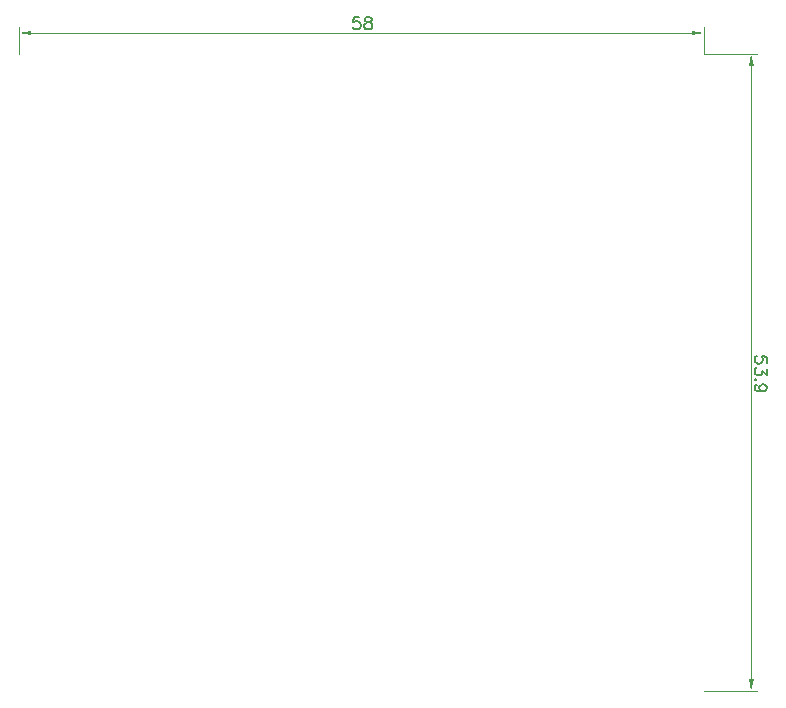
<source format=gbr>
G04 DipTrace 3.2.0.1*
G04 TopDimension.gbr*
%MOIN*%
G04 #@! TF.FileFunction,Drawing,Top*
G04 #@! TF.Part,Single*
%ADD13C,0.001378*%
%ADD105C,0.006176*%
%FSLAX26Y26*%
G04*
G70*
G90*
G75*
G01*
G04 TopDimension*
%LPD*%
X393701Y2515748D2*
D13*
Y2606299D1*
X2677165Y2515748D2*
Y2606299D1*
X1535433Y2586614D2*
X433071D1*
G36*
X393701D2*
X433071Y2594488D1*
Y2578740D1*
X393701Y2586614D1*
G37*
X1535433D2*
D13*
X2637795D1*
G36*
X2677165D2*
X2637795Y2578740D1*
Y2594488D1*
X2677165Y2586614D1*
G37*
Y2515748D2*
D13*
X2854331D1*
X2677165Y393701D2*
X2854331D1*
X2834646Y1454724D2*
Y2476378D1*
G36*
Y2515748D2*
X2842520Y2476378D1*
X2826772D1*
X2834646Y2515748D1*
G37*
Y1454724D2*
D13*
Y433071D1*
G36*
Y393701D2*
X2826772Y433071D1*
X2842520D1*
X2834646Y393701D1*
G37*
X1528521Y2638973D2*
D105*
X1509419D1*
X1507518Y2621773D1*
X1509419Y2623674D1*
X1515167Y2625620D1*
X1520871D1*
X1526619Y2623674D1*
X1530466Y2619872D1*
X1532367Y2614124D1*
Y2610321D1*
X1530466Y2604573D1*
X1526619Y2600726D1*
X1520871Y2598825D1*
X1515167D1*
X1509419Y2600726D1*
X1507518Y2602672D1*
X1505573Y2606474D1*
X1554269Y2638973D2*
X1548565Y2637071D1*
X1546620Y2633269D1*
Y2629422D1*
X1548565Y2625620D1*
X1552368Y2623674D1*
X1560017Y2621773D1*
X1565765Y2619872D1*
X1569568Y2616025D1*
X1571469Y2612222D1*
Y2606474D1*
X1569568Y2602672D1*
X1567667Y2600726D1*
X1561919Y2598825D1*
X1554269D1*
X1548565Y2600726D1*
X1546620Y2602672D1*
X1544719Y2606474D1*
Y2612222D1*
X1546620Y2616025D1*
X1550467Y2619872D1*
X1556171Y2621773D1*
X1563820Y2623674D1*
X1567667Y2625620D1*
X1569568Y2629422D1*
Y2633269D1*
X1567667Y2637071D1*
X1561919Y2638973D1*
X1554269D1*
X2887004Y1488380D2*
Y1507482D1*
X2869804Y1509383D1*
X2871706Y1507482D1*
X2873651Y1501734D1*
Y1496030D1*
X2871706Y1490282D1*
X2867903Y1486435D1*
X2862155Y1484534D1*
X2858352D1*
X2852604Y1486435D1*
X2848758Y1490282D1*
X2846856Y1496030D1*
Y1501734D1*
X2848758Y1507482D1*
X2850703Y1509383D1*
X2854506Y1511328D1*
X2887004Y1468336D2*
Y1447333D1*
X2871706Y1458785D1*
Y1453037D1*
X2869804Y1449234D1*
X2867903Y1447333D1*
X2862155Y1445388D1*
X2858352D1*
X2852604Y1447333D1*
X2848758Y1451136D1*
X2846856Y1456884D1*
Y1462632D1*
X2848758Y1468336D1*
X2850703Y1470237D1*
X2854506Y1472182D1*
X2850703Y1431135D2*
X2848758Y1433036D1*
X2846856Y1431135D1*
X2848758Y1429190D1*
X2850703Y1431135D1*
X2873651Y1391945D2*
X2867903Y1393890D1*
X2864056Y1397693D1*
X2862155Y1403441D1*
Y1405342D1*
X2864056Y1411090D1*
X2867903Y1414893D1*
X2873651Y1416838D1*
X2875552D1*
X2881300Y1414893D1*
X2885103Y1411090D1*
X2887004Y1405342D1*
Y1403441D1*
X2885103Y1397693D1*
X2881300Y1393890D1*
X2873651Y1391945D1*
X2864056D1*
X2854506Y1393890D1*
X2848758Y1397693D1*
X2846856Y1403441D1*
Y1407243D1*
X2848758Y1412991D1*
X2852604Y1414893D1*
M02*

</source>
